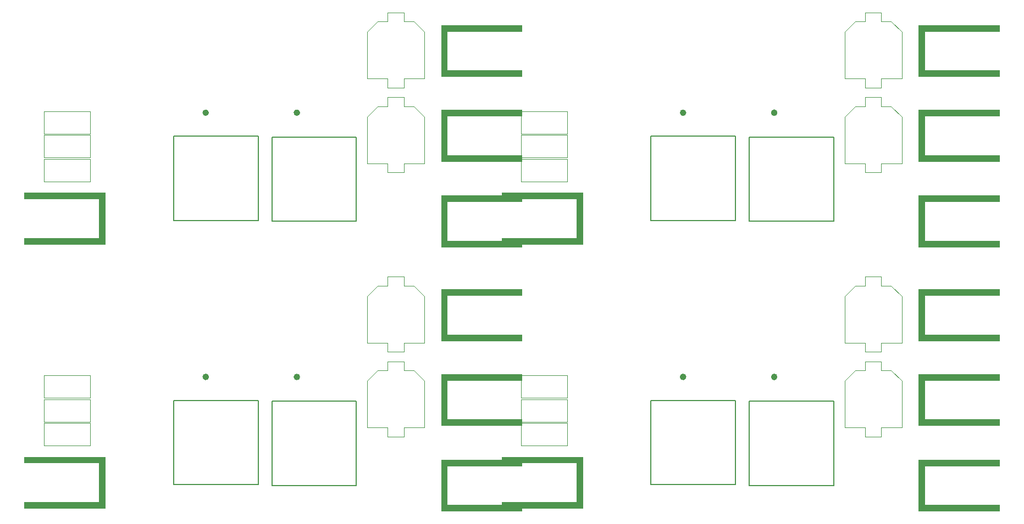
<source format=gbr>
%TF.GenerationSoftware,Altium Limited,Altium Designer,23.1.1 (15)*%
G04 Layer_Color=32768*
%FSLAX45Y45*%
%MOMM*%
%TF.SameCoordinates,4CCFFED5-D059-4900-A68D-9618ACEA1AB5*%
%TF.FilePolarity,Positive*%
%TF.FileFunction,Other,Mechanical_15*%
%TF.Part,CustomerPanel*%
G01*
G75*
%TA.AperFunction,NonConductor*%
%ADD40C,0.12700*%
%ADD64C,0.05000*%
%ADD66C,0.50000*%
G36*
X17607896Y11714598D02*
X16357899Y11714598D01*
X16457899D01*
X16457899Y11114599D01*
X17607896D01*
Y11014600D01*
X16357899D01*
Y11114599D01*
Y11714598D01*
Y11814598D01*
X17607896D01*
X17607896Y11714598D01*
D02*
G37*
G36*
X10254597D02*
X9004600Y11714598D01*
X9104600D01*
X9104600Y11114599D01*
X10254597D01*
Y11014600D01*
X9004600D01*
Y11114599D01*
Y11714598D01*
Y11814598D01*
X10254597D01*
X10254597Y11714598D01*
D02*
G37*
G36*
X17607896Y10406498D02*
X16357899Y10406498D01*
X16457899D01*
X16457899Y9806499D01*
X17607896D01*
Y9706500D01*
X16357899D01*
Y9806499D01*
Y10406498D01*
Y10506498D01*
X17607896D01*
X17607896Y10406498D01*
D02*
G37*
G36*
X10254597D02*
X9004600Y10406498D01*
X9104600D01*
X9104600Y9806499D01*
X10254597D01*
Y9706500D01*
X9004600D01*
Y9806499D01*
Y10406498D01*
Y10506498D01*
X10254597D01*
X10254597Y10406498D01*
D02*
G37*
G36*
X11188400Y9128801D02*
Y8528802D01*
X11088400D01*
X11088400Y9128801D01*
X10254597D01*
Y9085698D01*
X9004600Y9085698D01*
X9104600D01*
X9104600Y8485699D01*
X9938403D01*
Y8528802D01*
X11188400Y8528802D01*
Y8428802D01*
X10254597D01*
Y8385700D01*
X9004600D01*
Y8485699D01*
Y9085698D01*
Y9185698D01*
X9938403D01*
Y9228800D01*
X11188400D01*
Y9128801D01*
D02*
G37*
G36*
X3835100D02*
Y8528802D01*
X3735100D01*
X3735100Y9128801D01*
X2585103D01*
Y9228800D01*
X3835100D01*
Y9128801D01*
D02*
G37*
G36*
Y8428802D02*
X2585103D01*
X2585103Y8528802D01*
X3835100Y8528802D01*
Y8428802D01*
D02*
G37*
G36*
X17607896Y9085698D02*
X16357899Y9085698D01*
X16457899D01*
X16457899Y8485699D01*
X17607896D01*
Y8385700D01*
X16357899D01*
Y8485699D01*
Y9085698D01*
Y9185698D01*
X17607896D01*
X17607896Y9085698D01*
D02*
G37*
G36*
Y7637898D02*
X16357899Y7637898D01*
X16457899D01*
X16457899Y7037899D01*
X17607896D01*
Y6937900D01*
X16357899D01*
Y7037899D01*
Y7637898D01*
Y7737898D01*
X17607896D01*
X17607896Y7637898D01*
D02*
G37*
G36*
X10254597D02*
X9004600Y7637898D01*
X9104600D01*
X9104600Y7037899D01*
X10254597D01*
Y6937900D01*
X9004600D01*
Y7037899D01*
Y7637898D01*
Y7737898D01*
X10254597D01*
X10254597Y7637898D01*
D02*
G37*
G36*
X17607896Y6329798D02*
X16357899Y6329798D01*
X16457899D01*
X16457899Y5729799D01*
X17607896D01*
Y5629800D01*
X16357899D01*
Y5729799D01*
Y6329798D01*
Y6429798D01*
X17607896D01*
X17607896Y6329798D01*
D02*
G37*
G36*
X10254597D02*
X9004600Y6329798D01*
X9104600D01*
X9104600Y5729799D01*
X10254597D01*
Y5629800D01*
X9004600D01*
Y5729799D01*
Y6329798D01*
Y6429798D01*
X10254597D01*
X10254597Y6329798D01*
D02*
G37*
G36*
X11188400Y5052101D02*
Y4452102D01*
X11088400D01*
X11088400Y5052101D01*
X10254597D01*
Y5008998D01*
X9004600Y5008998D01*
X9104600D01*
X9104600Y4408999D01*
X9938403D01*
Y4452102D01*
X11188400Y4452102D01*
Y4352102D01*
X10254597D01*
Y4309000D01*
X9004600D01*
Y4408999D01*
Y5008998D01*
Y5108998D01*
X9938403D01*
Y5152100D01*
X11188400D01*
Y5052101D01*
D02*
G37*
G36*
X3835100D02*
Y4452102D01*
X3735100D01*
X3735100Y5052101D01*
X2585103D01*
Y5152100D01*
X3835100D01*
Y5052101D01*
D02*
G37*
G36*
Y4352102D02*
X2585103D01*
X2585103Y4452102D01*
X3835100Y4452102D01*
Y4352102D01*
D02*
G37*
G36*
X17607896Y5008998D02*
X16357899Y5008998D01*
X16457899D01*
X16457899Y4408999D01*
X17607896D01*
Y4309000D01*
X16357899D01*
Y4408999D01*
Y5008998D01*
Y5108998D01*
X17607896D01*
X17607896Y5008998D01*
D02*
G37*
D40*
X6398500Y4709400D02*
X7698500D01*
X6398500D02*
Y6009400D01*
X7698500D01*
Y4709400D02*
Y6009400D01*
X6184800Y4722100D02*
Y6022100D01*
X4884800D02*
X6184800D01*
X4884800Y4722100D02*
Y6022100D01*
Y4722100D02*
X6184800D01*
X13751801Y4709400D02*
X15051801D01*
X13751801D02*
Y6009400D01*
X15051801D01*
Y4709400D02*
Y6009400D01*
X13538100Y4722100D02*
Y6022100D01*
X12238100D02*
X13538100D01*
X12238100Y4722100D02*
Y6022100D01*
Y4722100D02*
X13538100D01*
X6398500Y8786100D02*
X7698500D01*
X6398500D02*
Y10086100D01*
X7698500D01*
Y8786100D02*
Y10086100D01*
X6184800Y8798800D02*
Y10098800D01*
X4884800D02*
X6184800D01*
X4884800Y8798800D02*
Y10098800D01*
Y8798800D02*
X6184800D01*
X13751801Y8786100D02*
X15051801D01*
X13751801D02*
Y10086100D01*
X15051801D01*
Y8786100D02*
Y10086100D01*
X13538100Y8798800D02*
Y10098800D01*
X12238100D02*
X13538100D01*
X12238100Y8798800D02*
Y10098800D01*
Y8798800D02*
X13538100D01*
D64*
X2883000Y6408200D02*
X3594000D01*
X2883000Y6063200D02*
Y6408200D01*
Y6063200D02*
X3594000D01*
Y6408200D01*
X2883000Y5671600D02*
X3594000D01*
X2883000Y5326600D02*
Y5671600D01*
Y5326600D02*
X3594000D01*
Y5671600D01*
X2883000Y6039900D02*
X3594000D01*
X2883000Y5694900D02*
Y6039900D01*
Y5694900D02*
X3594000D01*
Y6039900D01*
X8430800Y6484797D02*
Y6624797D01*
Y6484797D02*
X8583300D01*
X8745800Y6322297D01*
Y5604797D02*
Y6322297D01*
X8430800Y5604797D02*
X8745800D01*
X8430800Y5464797D02*
Y5604797D01*
X8180800Y5464797D02*
X8430800D01*
X8180800D02*
Y5604797D01*
X7865800D02*
X8180800D01*
X7865800D02*
Y6322297D01*
X8028300Y6484797D01*
X8180800D01*
Y6624797D01*
X8430800D01*
Y7792897D02*
Y7932897D01*
Y7792897D02*
X8583300D01*
X8745800Y7630397D01*
Y6912897D02*
Y7630397D01*
X8430800Y6912897D02*
X8745800D01*
X8430800Y6772897D02*
Y6912897D01*
X8180800Y6772897D02*
X8430800D01*
X8180800D02*
Y6912897D01*
X7865800D02*
X8180800D01*
X7865800D02*
Y7630397D01*
X8028300Y7792897D01*
X8180800D01*
Y7932897D01*
X8430800D01*
X10236300Y6408200D02*
X10947300D01*
X10236300Y6063200D02*
Y6408200D01*
Y6063200D02*
X10947300D01*
Y6408200D01*
X10236300Y5671600D02*
X10947300D01*
X10236300Y5326600D02*
Y5671600D01*
Y5326600D02*
X10947300D01*
Y5671600D01*
X10236300Y6039900D02*
X10947300D01*
X10236300Y5694900D02*
Y6039900D01*
Y5694900D02*
X10947300D01*
Y6039900D01*
X15784100Y6484797D02*
Y6624797D01*
Y6484797D02*
X15936600D01*
X16099100Y6322297D01*
Y5604797D02*
Y6322297D01*
X15784100Y5604797D02*
X16099100D01*
X15784100Y5464797D02*
Y5604797D01*
X15534100Y5464797D02*
X15784100D01*
X15534100D02*
Y5604797D01*
X15219099D02*
X15534100D01*
X15219099D02*
Y6322297D01*
X15381599Y6484797D01*
X15534100D01*
Y6624797D01*
X15784100D01*
Y7792897D02*
Y7932897D01*
Y7792897D02*
X15936600D01*
X16099100Y7630397D01*
Y6912897D02*
Y7630397D01*
X15784100Y6912897D02*
X16099100D01*
X15784100Y6772897D02*
Y6912897D01*
X15534100Y6772897D02*
X15784100D01*
X15534100D02*
Y6912897D01*
X15219099D02*
X15534100D01*
X15219099D02*
Y7630397D01*
X15381599Y7792897D01*
X15534100D01*
Y7932897D01*
X15784100D01*
X2883000Y10484900D02*
X3594000D01*
X2883000Y10139900D02*
Y10484900D01*
Y10139900D02*
X3594000D01*
Y10484900D01*
X2883000Y9748300D02*
X3594000D01*
X2883000Y9403300D02*
Y9748300D01*
Y9403300D02*
X3594000D01*
Y9748300D01*
X2883000Y10116600D02*
X3594000D01*
X2883000Y9771600D02*
Y10116600D01*
Y9771600D02*
X3594000D01*
Y10116600D01*
X8430800Y10561497D02*
Y10701497D01*
Y10561497D02*
X8583300D01*
X8745800Y10398997D01*
Y9681497D02*
Y10398997D01*
X8430800Y9681497D02*
X8745800D01*
X8430800Y9541497D02*
Y9681497D01*
X8180800Y9541497D02*
X8430800D01*
X8180800D02*
Y9681497D01*
X7865800D02*
X8180800D01*
X7865800D02*
Y10398997D01*
X8028300Y10561497D01*
X8180800D01*
Y10701497D01*
X8430800D01*
Y11869597D02*
Y12009597D01*
Y11869597D02*
X8583300D01*
X8745800Y11707097D01*
Y10989597D02*
Y11707097D01*
X8430800Y10989597D02*
X8745800D01*
X8430800Y10849597D02*
Y10989597D01*
X8180800Y10849597D02*
X8430800D01*
X8180800D02*
Y10989597D01*
X7865800D02*
X8180800D01*
X7865800D02*
Y11707097D01*
X8028300Y11869597D01*
X8180800D01*
Y12009597D01*
X8430800D01*
X10236300Y10484900D02*
X10947300D01*
X10236300Y10139900D02*
Y10484900D01*
Y10139900D02*
X10947300D01*
Y10484900D01*
X10236300Y9748300D02*
X10947300D01*
X10236300Y9403300D02*
Y9748300D01*
Y9403300D02*
X10947300D01*
Y9748300D01*
X10236300Y10116600D02*
X10947300D01*
X10236300Y9771600D02*
Y10116600D01*
Y9771600D02*
X10947300D01*
Y10116600D01*
X15784100Y10561497D02*
Y10701497D01*
Y10561497D02*
X15936600D01*
X16099100Y10398997D01*
Y9681497D02*
Y10398997D01*
X15784100Y9681497D02*
X16099100D01*
X15784100Y9541497D02*
Y9681497D01*
X15534100Y9541497D02*
X15784100D01*
X15534100D02*
Y9681497D01*
X15219099D02*
X15534100D01*
X15219099D02*
Y10398997D01*
X15381599Y10561497D01*
X15534100D01*
Y10701497D01*
X15784100D01*
Y11869597D02*
Y12009597D01*
Y11869597D02*
X15936600D01*
X16099100Y11707097D01*
Y10989597D02*
Y11707097D01*
X15784100Y10989597D02*
X16099100D01*
X15784100Y10849597D02*
Y10989597D01*
X15534100Y10849597D02*
X15784100D01*
X15534100D02*
Y10989597D01*
X15219099D02*
X15534100D01*
X15219099D02*
Y11707097D01*
X15381599Y11869597D01*
X15534100D01*
Y12009597D01*
X15784100D01*
D66*
X6806794Y6386016D02*
G03*
X6806794Y6386016I-24994J0D01*
G01*
X5402993D02*
G03*
X5402993Y6386016I-24994J0D01*
G01*
X14160094D02*
G03*
X14160094Y6386016I-24994J0D01*
G01*
X12756293D02*
G03*
X12756293Y6386016I-24994J0D01*
G01*
X6806794Y10462716D02*
G03*
X6806794Y10462716I-24994J0D01*
G01*
X5402993D02*
G03*
X5402993Y10462716I-24994J0D01*
G01*
X14160094D02*
G03*
X14160094Y10462716I-24994J0D01*
G01*
X12756293D02*
G03*
X12756293Y10462716I-24994J0D01*
G01*
%TF.MD5,888bc4786a7a81e2be3a1f5530d35c1e*%
M02*

</source>
